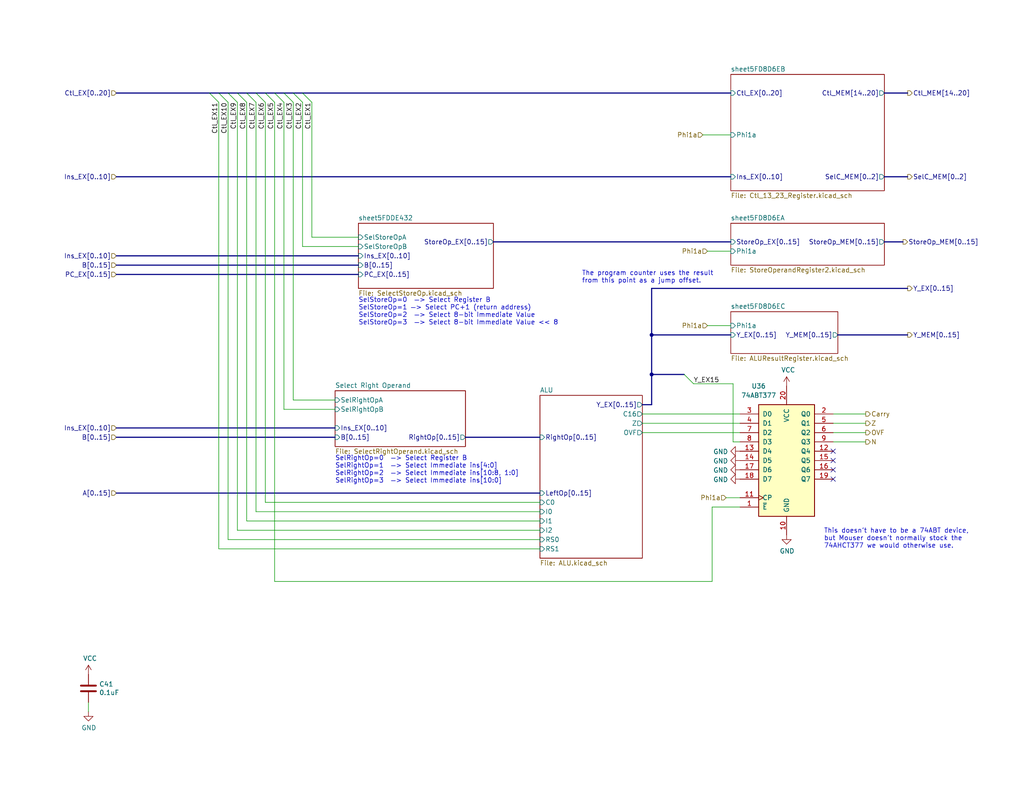
<source format=kicad_sch>
(kicad_sch (version 20230121) (generator eeschema)
  (paper "USLetter")
  (title_block (title "EX") (date "2023-11-19") (rev "A") (comment 2 "ID stage of the CPU pipeline.") (comment 3 "The ALU condition codes may be latched in a flags register which feeds back into the") (comment 4 "The EX stage is built around the IDT 7381 sixteen-bit ALU IC."))
  (lib_symbols
    (symbol "74xx:74LS377" (pin_names (offset 1.016))
      (property "Reference" "U" (at -7.62 16.51 0))
      (property "Value" "74LS377" (at -7.62 -16.51 0))
      (symbol "74LS377_1_0"
        (pin input line (at -12.7 -12.7 0) (length 5.08) (name "~{E}") (number "1"))
        (pin power_in line (at 0 -20.32 90) (length 5.08) (name "GND") (number "10"))
        (pin input clock (at -12.7 -10.16 0) (length 5.08) (name "CP") (number "11"))
        (pin output line (at 12.7 2.54 180) (length 5.08) (name "Q4") (number "12"))
        (pin input line (at -12.7 2.54 0) (length 5.08) (name "D4") (number "13"))
        (pin input line (at -12.7 0 0) (length 5.08) (name "D5") (number "14"))
        (pin output line (at 12.7 0 180) (length 5.08) (name "Q5") (number "15"))
        (pin output line (at 12.7 -2.54 180) (length 5.08) (name "Q6") (number "16"))
        (pin input line (at -12.7 -2.54 0) (length 5.08) (name "D6") (number "17"))
        (pin input line (at -12.7 -5.08 0) (length 5.08) (name "D7") (number "18"))
        (pin output line (at 12.7 -5.08 180) (length 5.08) (name "Q7") (number "19"))
        (pin output line (at 12.7 12.7 180) (length 5.08) (name "Q0") (number "2"))
        (pin power_in line (at 0 20.32 270) (length 5.08) (name "VCC") (number "20"))
        (pin input line (at -12.7 12.7 0) (length 5.08) (name "D0") (number "3"))
        (pin input line (at -12.7 10.16 0) (length 5.08) (name "D1") (number "4"))
        (pin output line (at 12.7 10.16 180) (length 5.08) (name "Q1") (number "5"))
        (pin output line (at 12.7 7.62 180) (length 5.08) (name "Q2") (number "6"))
        (pin input line (at -12.7 7.62 0) (length 5.08) (name "D2") (number "7"))
        (pin input line (at -12.7 5.08 0) (length 5.08) (name "D3") (number "8"))
        (pin output line (at 12.7 5.08 180) (length 5.08) (name "Q3") (number "9"))
      )
      (symbol "74LS377_1_1"
        (rectangle (start -7.62 15.24) (end 7.62 -15.24) (stroke (width 0.254)) (fill (type background)))
      )
    )
    (symbol "Device:C" (pin_numbers hide) (pin_names (offset 0.254))
      (property "Reference" "C" (at 0.635 2.54 0))
      (property "Value" "C" (at 0.635 -2.54 0))
      (symbol "C_0_1"
        (polyline (pts (xy -2.032 -0.762) (xy 2.032 -0.762)) (stroke (width 0.508)))
        (polyline (pts (xy -2.032 0.762) (xy 2.032 0.762)) (stroke (width 0.508)))
      )
      (symbol "C_1_1"
        (pin passive line (at 0 3.81 270) (length 2.794) (name "~") (number "1"))
        (pin passive line (at 0 -3.81 90) (length 2.794) (name "~") (number "2"))
      )
    )
    (symbol "power:GND" (power) (pin_names (offset 0))
      (property "Value" "GND" (at 0 -3.81 0))
      (symbol "GND_0_1"
        (polyline (pts (xy 0 0) (xy 0 -1.27) (xy 1.27 -1.27) (xy 0 -2.54) (xy -1.27 -1.27) (xy 0 -1.27)))
      )
      (symbol "GND_1_1"
        (pin power_in line (at 0 0 270) (length 0) hide (name "GND") (number "1"))
      )
    )
    (symbol "power:VCC" (power) (pin_names (offset 0))
      (property "Value" "VCC" (at 0 3.81 0))
      (symbol "VCC_0_1"
        (polyline (pts (xy -0.762 1.27) (xy 0 2.54)))
        (polyline (pts (xy 0 0) (xy 0 2.54)))
        (polyline (pts (xy 0 2.54) (xy 0.762 1.27)))
      )
      (symbol "VCC_1_1"
        (pin power_in line (at 0 0 90) (length 0) hide (name "VCC") (number "1"))
      )
    )
  )
  (junction (at 177.8 102.235))
  (junction (at 177.8 91.44))
  (no_connect (at 227.33 123.19))
  (no_connect (at 227.33 128.27))
  (no_connect (at 227.33 130.81))
  (no_connect (at 227.33 125.73))
  (bus_entry (at 186.69 102.235) (size 2.54 2.54))
  (bus_entry (at 64.77 25.4) (size 2.54 2.54))
  (bus_entry (at 62.23 25.4) (size 2.54 2.54))
  (bus_entry (at 80.01 25.4) (size 2.54 2.54))
  (bus_entry (at 67.31 25.4) (size 2.54 2.54))
  (bus_entry (at 72.39 25.4) (size 2.54 2.54))
  (bus_entry (at 74.93 25.4) (size 2.54 2.54))
  (bus_entry (at 69.85 25.4) (size 2.54 2.54))
  (bus_entry (at 59.69 25.4) (size 2.54 2.54))
  (bus_entry (at 82.55 25.4) (size 2.54 2.54))
  (bus_entry (at 77.47 25.4) (size 2.54 2.54))
  (bus_entry (at 57.15 25.4) (size 2.54 2.54))
  (wire (pts (xy 147.32 137.16) (xy 72.39 137.16)))
  (wire (pts (xy 193.04 68.58) (xy 199.39 68.58)))
  (wire (pts (xy 64.77 144.78) (xy 147.32 144.78)))
  (bus (pts (xy 246.38 66.04) (xy 241.3 66.04)))
  (wire (pts (xy 24.13 194.31) (xy 24.13 191.77)))
  (wire (pts (xy 80.01 27.94) (xy 80.01 109.22)))
  (bus (pts (xy 80.01 25.4) (xy 82.55 25.4)))
  (bus (pts (xy 241.3 48.26) (xy 247.65 48.26)))
  (wire (pts (xy 193.04 88.9) (xy 199.39 88.9)))
  (wire (pts (xy 147.32 149.86) (xy 59.69 149.86)))
  (bus (pts (xy 31.75 48.26) (xy 199.39 48.26)))
  (wire (pts (xy 74.93 158.75) (xy 74.93 27.94)))
  (wire (pts (xy 82.55 27.94) (xy 82.55 67.31)))
  (bus (pts (xy 31.75 69.85) (xy 97.79 69.85)))
  (bus (pts (xy 31.75 72.39) (xy 97.79 72.39)))
  (wire (pts (xy 189.23 104.775) (xy 200.025 104.775)))
  (wire (pts (xy 175.26 113.03) (xy 201.93 113.03)))
  (wire (pts (xy 77.47 27.94) (xy 77.47 111.76)))
  (wire (pts (xy 194.31 158.75) (xy 194.31 138.43)))
  (wire (pts (xy 97.79 67.31) (xy 82.55 67.31)))
  (bus (pts (xy 177.8 78.74) (xy 177.8 91.44)))
  (bus (pts (xy 177.8 110.49) (xy 175.26 110.49)))
  (bus (pts (xy 31.75 25.4) (xy 57.15 25.4)))
  (bus (pts (xy 74.93 25.4) (xy 77.47 25.4)))
  (bus (pts (xy 64.77 25.4) (xy 67.31 25.4)))
  (wire (pts (xy 85.09 27.94) (xy 85.09 64.77)))
  (wire (pts (xy 59.69 27.94) (xy 59.69 149.86)))
  (bus (pts (xy 31.75 74.93) (xy 97.79 74.93)))
  (bus (pts (xy 241.3 25.4) (xy 247.65 25.4)))
  (wire (pts (xy 64.77 27.94) (xy 64.77 144.78)))
  (wire (pts (xy 227.33 120.65) (xy 236.22 120.65)))
  (bus (pts (xy 247.65 91.44) (xy 228.6 91.44)))
  (wire (pts (xy 175.26 118.11) (xy 201.93 118.11)))
  (wire (pts (xy 67.31 27.94) (xy 67.31 142.24)))
  (wire (pts (xy 147.32 147.32) (xy 62.23 147.32)))
  (bus (pts (xy 82.55 25.4) (xy 199.39 25.4)))
  (bus (pts (xy 134.62 66.04) (xy 199.39 66.04)))
  (bus (pts (xy 59.69 25.4) (xy 62.23 25.4)))
  (bus (pts (xy 72.39 25.4) (xy 74.93 25.4)))
  (wire (pts (xy 175.26 115.57) (xy 201.93 115.57)))
  (bus (pts (xy 247.65 78.74) (xy 177.8 78.74)))
  (wire (pts (xy 191.77 36.83) (xy 199.39 36.83)))
  (bus (pts (xy 177.8 102.235) (xy 177.8 110.49)))
  (wire (pts (xy 147.32 142.24) (xy 67.31 142.24)))
  (bus (pts (xy 62.23 25.4) (xy 64.77 25.4)))
  (bus (pts (xy 91.44 116.84) (xy 31.75 116.84)))
  (bus (pts (xy 177.8 91.44) (xy 177.8 102.235)))
  (wire (pts (xy 74.93 158.75) (xy 194.31 158.75)))
  (wire (pts (xy 236.22 113.03) (xy 227.33 113.03)))
  (wire (pts (xy 69.85 27.94) (xy 69.85 139.7)))
  (wire (pts (xy 72.39 27.94) (xy 72.39 137.16)))
  (wire (pts (xy 147.32 139.7) (xy 69.85 139.7)))
  (bus (pts (xy 77.47 25.4) (xy 80.01 25.4)))
  (wire (pts (xy 227.33 115.57) (xy 236.22 115.57)))
  (wire (pts (xy 200.025 120.65) (xy 201.93 120.65)))
  (wire (pts (xy 227.33 118.11) (xy 236.22 118.11)))
  (bus (pts (xy 67.31 25.4) (xy 69.85 25.4)))
  (bus (pts (xy 127 119.38) (xy 147.32 119.38)))
  (wire (pts (xy 62.23 27.94) (xy 62.23 147.32)))
  (wire (pts (xy 198.12 135.89) (xy 201.93 135.89)))
  (bus (pts (xy 31.75 134.62) (xy 147.32 134.62)))
  (wire (pts (xy 77.47 111.76) (xy 91.44 111.76)))
  (wire (pts (xy 97.79 64.77) (xy 85.09 64.77)))
  (bus (pts (xy 69.85 25.4) (xy 72.39 25.4)))
  (bus (pts (xy 177.8 102.235) (xy 186.69 102.235)))
  (wire (pts (xy 200.025 104.775) (xy 200.025 120.65)))
  (wire (pts (xy 91.44 109.22) (xy 80.01 109.22)))
  (bus (pts (xy 91.44 119.38) (xy 31.75 119.38)))
  (bus (pts (xy 199.39 91.44) (xy 177.8 91.44)))
  (wire (pts (xy 194.31 138.43) (xy 201.93 138.43)))
  (bus (pts (xy 57.15 25.4) (xy 59.69 25.4)))
  (text "SelStoreOp=0  —> Select Register B\nSelStoreOp=1 —> Select PC+1 (return address)\nSelStoreOp=2  —> Select 8-bit Immediate Value\nSelStoreOp=3  —> Select 8-bit Immediate Value << 8" (at 97.79 88.9 0) (effects (font (size 1.27 1.27)) (justify left bottom)))
  (text "This doesn’t have to be a 74ABT device,\nbut Mouser doesn’t normally stock the\n74AHCT377 we would otherwise use." (at 224.79 149.86 0) (effects (font (size 1.27 1.27)) (justify left bottom)))
  (text "SelRightOp=0  —> Select Register B\nSelRightOp=1  —> Select Immediate ins[4:0]\nSelRightOp=2  —> Select Immediate ins[10:8, 1:0]\nSelRightOp=3  —> Select Immediate ins[10:0]" (at 91.44 132.08 0) (effects (font (size 1.27 1.27)) (justify left bottom)))
  (text "The program counter uses the result\nfrom this point as a jump offset." (at 158.75 77.47 0) (effects (font (size 1.27 1.27)) (justify left bottom)))
  (label "Ctl_EX7" (at 69.85 27.94 270))
  (label "Ctl_EX5" (at 74.93 27.94 270))
  (label "Ctl_EX3" (at 80.01 27.94 270))
  (label "Ctl_EX4" (at 77.47 27.94 270))
  (label "Ctl_EX10" (at 62.23 27.94 270))
  (label "Ctl_EX6" (at 72.39 27.94 270))
  (label "Ctl_EX11" (at 59.69 27.94 270))
  (label "Ctl_EX1" (at 85.09 27.94 270))
  (label "Ctl_EX8" (at 67.31 27.94 270))
  (label "Ctl_EX2" (at 82.55 27.94 270))
  (label "Y_EX15" (at 189.23 104.775 0))
  (label "Ctl_EX9" (at 64.77 27.94 270))
  (hierarchical_label "Z" (shape output) (at 236.22 115.57 0))
  (hierarchical_label "B[0..15]" (shape input) (at 31.75 72.39 180))
  (hierarchical_label "Phi1a" (shape input) (at 193.04 68.58 180))
  (hierarchical_label "PC_EX[0..15]" (shape input) (at 31.75 74.93 180))
  (hierarchical_label "Phi1a" (shape input) (at 198.12 135.89 180))
  (hierarchical_label "Y_EX[0..15]" (shape output) (at 247.65 78.74 0))
  (hierarchical_label "Ins_EX[0..10]" (shape input) (at 31.75 116.84 180))
  (hierarchical_label "Y_MEM[0..15]" (shape output) (at 247.65 91.44 0))
  (hierarchical_label "B[0..15]" (shape input) (at 31.75 119.38 180))
  (hierarchical_label "Ins_EX[0..10]" (shape input) (at 31.75 69.85 180))
  (hierarchical_label "Ins_EX[0..10]" (shape input) (at 31.75 48.26 180))
  (hierarchical_label "Carry" (shape output) (at 236.22 113.03 0))
  (hierarchical_label "Ctl_MEM[14..20]" (shape output) (at 247.65 25.4 0))
  (hierarchical_label "SelC_MEM[0..2]" (shape output) (at 247.65 48.26 0))
  (hierarchical_label "Phi1a" (shape input) (at 191.77 36.83 180))
  (hierarchical_label "N" (shape output) (at 236.22 120.65 0))
  (hierarchical_label "Ctl_EX[0..20]" (shape input) (at 31.75 25.4 180))
  (hierarchical_label "A[0..15]" (shape input) (at 31.75 134.62 180))
  (hierarchical_label "Phi1a" (shape input) (at 193.04 88.9 180))
  (hierarchical_label "StoreOp_MEM[0..15]" (shape output) (at 246.38 66.04 0))
  (hierarchical_label "OVF" (shape output) (at 236.22 118.11 0))
  (symbol (lib_id "74xx:74LS377") (at 214.63 125.73 0) (unit 1)
    (property "Reference" "U36" (at 207.01 105.41 0))
    (property "Value" "74ABT377" (at 207.01 107.95 0))
    (property "Footprint" "Package_SO:TSSOP-20_4.4x6.5mm_P0.65mm" (effects hide))
    (property "Datasheet" "http://www.ti.com/lit/gpn/sn74LS377" (effects hide))
    (property "Mouser" "https://www.mouser.com/ProductDetail/Texas-Instruments/SN74ABT377APWR?qs=LzFo6vGRJ4tDfpbrS0MCHg%3D%3D" (effects hide))
  )
  (symbol (lib_id "power:VCC") (at 214.63 105.41 0) (unit 1)
    (property "Reference" "#PWR0270" (effects hide))
    (property "Value" "VCC" (at 215.0618 101.0158 0))
  )
  (symbol (lib_id "power:GND") (at 214.63 146.05 0) (unit 1)
    (property "Reference" "#PWR0271" (effects hide))
    (property "Value" "GND" (at 214.757 150.4442 0))
  )
  (symbol (lib_id "power:GND") (at 201.93 123.19 270) (unit 1)
    (property "Reference" "#PWR0266" (effects hide))
    (property "Value" "GND" (at 198.6788 123.317 90) (effects (justify right)))
  )
  (symbol (lib_id "power:GND") (at 201.93 125.73 270) (unit 1)
    (property "Reference" "#PWR0267" (effects hide))
    (property "Value" "GND" (at 198.6788 125.857 90) (effects (justify right)))
  )
  (symbol (lib_id "power:GND") (at 201.93 128.27 270) (unit 1)
    (property "Reference" "#PWR0268" (effects hide))
    (property "Value" "GND" (at 198.6788 128.397 90) (effects (justify right)))
  )
  (symbol (lib_id "power:GND") (at 201.93 130.81 270) (unit 1)
    (property "Reference" "#PWR0269" (effects hide))
    (property "Value" "GND" (at 198.6788 130.937 90) (effects (justify right)))
  )
  (symbol (lib_id "Device:C") (at 24.13 187.96 0) (unit 1)
    (property "Reference" "C41" (at 27.051 186.7916 0) (effects (justify left)))
    (property "Value" "0.1uF" (at 27.051 189.103 0) (effects (justify left)))
    (property "Footprint" "Capacitor_SMD:C_0603_1608Metric_Pad1.08x0.95mm_HandSolder" (effects hide))
    (property "Mouser" "https://www.mouser.com/ProductDetail/963-EMK107B7104KAHT" (effects hide))
  )
  (symbol (lib_id "power:VCC") (at 24.13 184.15 0) (unit 1)
    (property "Reference" "#PWR0264" (effects hide))
    (property "Value" "VCC" (at 24.5618 179.7558 0))
  )
  (symbol (lib_id "power:GND") (at 24.13 194.31 0) (unit 1)
    (property "Reference" "#PWR0265" (effects hide))
    (property "Value" "GND" (at 24.257 198.7042 0))
  )
  (sheet (at 147.32 107.95) (size 27.94 44.45)
    (property "Sheetname" "ALU" (at 147.32 107.2384 0) (effects (justify left bottom)))
    (property "Sheetfile" "ALU.kicad_sch" (at 147.32 152.9846 0) (effects (justify left top)))
    (pin "RightOp[0..15]" input (at 147.32 119.38 180))
    (pin "LeftOp[0..15]" input (at 147.32 134.62 180))
    (pin "Z" output (at 175.26 115.57 0))
    (pin "C16" output (at 175.26 113.03 0))
    (pin "OVF" output (at 175.26 118.11 0))
    (pin "C0" input (at 147.32 137.16 180))
    (pin "I0" input (at 147.32 139.7 180))
    (pin "I1" input (at 147.32 142.24 180))
    (pin "I2" input (at 147.32 144.78 180))
    (pin "RS0" input (at 147.32 147.32 180))
    (pin "RS1" input (at 147.32 149.86 180))
    (pin "Y_EX[0..15]" output (at 175.26 110.49 0))
  )
  (sheet (at 199.39 60.96) (size 41.91 11.43)
    (property "Sheetname" "sheet5FD8D6EA" (at 199.39 60.2484 0) (effects (justify left bottom)))
    (property "Sheetfile" "StoreOperandRegister2.kicad_sch" (at 199.39 72.9746 0) (effects (justify left top)))
    (pin "StoreOp_EX[0..15]" input (at 199.39 66.04 180))
    (pin "StoreOp_MEM[0..15]" output (at 241.3 66.04 0))
    (pin "Phi1a" input (at 199.39 68.58 180))
  )
  (sheet (at 199.39 20.32) (size 41.91 31.75)
    (property "Sheetname" "sheet5FD8D6EB" (at 199.39 19.6084 0) (effects (justify left bottom)))
    (property "Sheetfile" "Ctl_13_23_Register.kicad_sch" (at 199.39 52.6546 0) (effects (justify left top)))
    (pin "Ctl_MEM[14..20]" output (at 241.3 25.4 0))
    (pin "Ctl_EX[0..20]" input (at 199.39 25.4 180))
    (pin "Ins_EX[0..10]" input (at 199.39 48.26 180))
    (pin "SelC_MEM[0..2]" output (at 241.3 48.26 0))
    (pin "Phi1a" input (at 199.39 36.83 180))
  )
  (sheet (at 199.39 85.09) (size 29.21 11.43)
    (property "Sheetname" "sheet5FD8D6EC" (at 199.39 84.3784 0) (effects (justify left bottom)))
    (property "Sheetfile" "ALUResultRegister.kicad_sch" (at 199.39 97.1046 0) (effects (justify left top)))
    (pin "Y_EX[0..15]" input (at 199.39 91.44 180))
    (pin "Y_MEM[0..15]" output (at 228.6 91.44 0))
    (pin "Phi1a" input (at 199.39 88.9 180))
  )
  (sheet (at 97.79 60.96) (size 36.83 17.78)
    (property "Sheetname" "sheet5FDDE432" (at 97.79 60.2484 0) (effects (justify left bottom)))
    (property "Sheetfile" "SelectStoreOp.kicad_sch" (at 97.79 79.3246 0) (effects (justify left top)))
    (pin "SelStoreOpA" input (at 97.79 64.77 180))
    (pin "SelStoreOpB" input (at 97.79 67.31 180))
    (pin "Ins_EX[0..10]" input (at 97.79 69.85 180))
    (pin "B[0..15]" input (at 97.79 72.39 180))
    (pin "PC_EX[0..15]" input (at 97.79 74.93 180))
    (pin "StoreOp_EX[0..15]" output (at 134.62 66.04 0))
  )
  (sheet (at 91.44 106.68) (size 35.56 15.24)
    (property "Sheetname" "Select Right Operand" (at 91.44 105.9684 0) (effects (justify left bottom)))
    (property "Sheetfile" "SelectRightOperand.kicad_sch" (at 91.44 122.5046 0) (effects (justify left top)))
    (pin "Ins_EX[0..10]" input (at 91.44 116.84 180))
    (pin "B[0..15]" input (at 91.44 119.38 180))
    (pin "SelRightOpA" input (at 91.44 109.22 180))
    (pin "RightOp[0..15]" output (at 127 119.38 0))
    (pin "SelRightOpB" input (at 91.44 111.76 180))
  )
)
</source>
